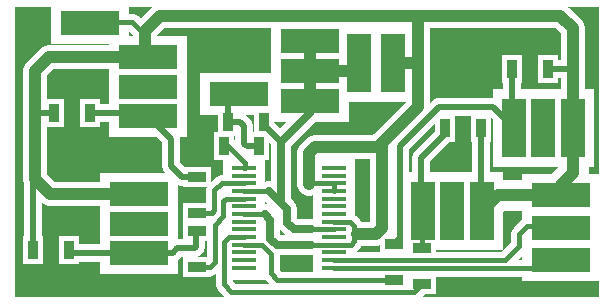
<source format=gbr>
%FSLAX34Y34*%
%MOMM*%
%LNCOPPER_TOP*%
G71*
G01*
%ADD10R, 3.600X2.000*%
%ADD11R, 6.600X3.600*%
%ADD12R, 3.600X6.600*%
%ADD13C, 1.400*%
%ADD14C, 2.600*%
%ADD15R, 1.670X2.400*%
%ADD16C, 1.500*%
%ADD17C, 2.000*%
%ADD18R, 2.400X1.670*%
%ADD19C, 1.700*%
%ADD20R, 2.000X0.400*%
%ADD21R, 5.000X2.000*%
%ADD22R, 2.000X5.000*%
%ADD23C, 0.400*%
%ADD24C, 1.000*%
%ADD25R, 0.870X1.600*%
%ADD26C, 0.500*%
%ADD27R, 1.600X0.870*%
%ADD28C, 0.700*%
%LPD*%
G36*
X0Y0D02*
X495000Y0D01*
X495000Y-245000D01*
X0Y-245000D01*
X0Y0D01*
G37*
%LPC*%
X194600Y-136000D02*
G54D10*
D03*
X194600Y-142500D02*
G54D10*
D03*
X194600Y-149000D02*
G54D10*
D03*
X194600Y-155500D02*
G54D10*
D03*
X194600Y-162000D02*
G54D10*
D03*
X194600Y-168500D02*
G54D10*
D03*
X194600Y-175000D02*
G54D10*
D03*
X194600Y-181500D02*
G54D10*
D03*
X194600Y-188000D02*
G54D10*
D03*
X194600Y-194500D02*
G54D10*
D03*
X194600Y-201000D02*
G54D10*
D03*
X194600Y-207500D02*
G54D10*
D03*
X194600Y-214000D02*
G54D10*
D03*
X194600Y-220500D02*
G54D10*
D03*
X270200Y-136000D02*
G54D10*
D03*
X270200Y-142500D02*
G54D10*
D03*
X270200Y-149000D02*
G54D10*
D03*
X270200Y-155500D02*
G54D10*
D03*
X270200Y-162000D02*
G54D10*
D03*
X270200Y-168500D02*
G54D10*
D03*
X270200Y-175000D02*
G54D10*
D03*
X270200Y-181500D02*
G54D10*
D03*
X270200Y-188000D02*
G54D10*
D03*
X270200Y-194500D02*
G54D10*
D03*
X270200Y-201000D02*
G54D10*
D03*
X270200Y-207500D02*
G54D10*
D03*
X270200Y-214000D02*
G54D10*
D03*
X270200Y-220500D02*
G54D10*
D03*
X113000Y-42000D02*
G54D11*
D03*
X113000Y-67000D02*
G54D11*
D03*
X113000Y-92000D02*
G54D11*
D03*
X472686Y-102277D02*
G54D12*
D03*
X447686Y-102277D02*
G54D12*
D03*
X422686Y-102277D02*
G54D12*
D03*
X395686Y-172277D02*
G54D12*
D03*
X370686Y-172277D02*
G54D12*
D03*
X345686Y-172277D02*
G54D12*
D03*
X463000Y-187000D02*
G54D11*
D03*
X463000Y-214000D02*
G54D11*
D03*
X250500Y-28500D02*
G54D11*
D03*
G54D13*
X270200Y-220500D02*
X456500Y-220500D01*
X463000Y-214000D01*
G54D13*
X270200Y-214000D02*
X415000Y-214000D01*
X427000Y-202000D01*
X427000Y-192000D01*
X434000Y-185000D01*
X461000Y-185000D01*
X463000Y-187000D01*
X463000Y-159000D02*
G54D11*
D03*
G54D14*
X463000Y-159000D02*
X408962Y-159000D01*
X395686Y-172277D01*
G54D14*
X463000Y-159000D02*
X463000Y-150000D01*
X473000Y-140000D01*
X473000Y-102591D01*
X472686Y-102277D01*
X364300Y-101700D02*
G54D15*
D03*
X394700Y-101700D02*
G54D15*
D03*
X421000Y-52000D02*
G54D15*
D03*
X451400Y-52000D02*
G54D15*
D03*
G54D16*
X421000Y-52000D02*
X421000Y-100591D01*
X422686Y-102277D01*
G54D17*
X472686Y-102277D02*
X472686Y-17686D01*
X462000Y-7000D01*
X123000Y-7000D01*
X110000Y-20000D01*
X110000Y-39000D01*
X113000Y-42000D01*
G54D17*
X113000Y-42000D02*
X29000Y-42000D01*
X17000Y-54000D01*
X17000Y-145000D01*
X30000Y-158000D01*
X113000Y-158000D01*
G54D16*
X451400Y-52000D02*
X473000Y-52000D01*
G54D13*
X270200Y-188000D02*
X236400Y-188000D01*
X230800Y-182400D01*
X230800Y-170800D01*
X215500Y-155500D01*
X194600Y-155500D01*
G54D13*
X270200Y-201000D02*
X284700Y-201000D01*
X287600Y-198100D01*
X287600Y-184900D01*
X284100Y-181400D01*
X270300Y-181400D01*
X270200Y-181500D01*
X321500Y-200000D02*
G54D18*
D03*
X321500Y-230400D02*
G54D18*
D03*
G54D13*
X270200Y-155500D02*
X270200Y-149000D01*
G54D17*
X289500Y-191500D02*
X306000Y-191500D01*
X310700Y-186800D01*
X310700Y-114900D01*
X341300Y-84300D01*
X341300Y-9800D01*
G54D17*
X249200Y-149200D02*
X249200Y-123500D01*
X254100Y-118600D01*
X307000Y-118600D01*
X310700Y-114900D01*
G54D13*
X270200Y-149000D02*
X249400Y-149000D01*
X249200Y-149200D01*
G54D16*
X325900Y-148800D02*
X325900Y-117300D01*
X358900Y-84300D01*
X404709Y-84300D01*
X422686Y-102277D01*
G54D16*
X364300Y-101700D02*
X364300Y-107000D01*
X344200Y-127100D01*
X344200Y-170791D01*
X345686Y-172277D01*
G54D16*
X394700Y-101700D02*
X394700Y-171291D01*
X395686Y-172277D01*
X15600Y-205200D02*
G54D15*
D03*
X46000Y-205200D02*
G54D15*
D03*
X33200Y-89500D02*
G54D15*
D03*
X63600Y-89500D02*
G54D15*
D03*
G54D16*
X33200Y-89500D02*
X19600Y-89500D01*
X18600Y-90500D01*
G54D16*
X63600Y-89500D02*
X110500Y-89500D01*
X113000Y-92000D01*
X154300Y-144000D02*
G54D18*
D03*
X154300Y-174400D02*
G54D18*
D03*
X154300Y-189100D02*
G54D18*
D03*
X154300Y-219500D02*
G54D18*
D03*
G54D16*
X113000Y-208000D02*
X133700Y-208000D01*
X137600Y-204100D01*
X152500Y-204100D01*
X153700Y-202900D01*
X153700Y-189700D01*
X154300Y-189100D01*
G54D19*
X251000Y-187900D02*
X236500Y-187900D01*
X236400Y-188000D01*
X230800Y-182400D01*
X230800Y-170800D01*
X215500Y-155500D01*
G54D16*
X99200Y-208000D02*
X48800Y-208000D01*
X46000Y-205200D01*
G54D16*
X15600Y-205200D02*
X15600Y-146400D01*
X17000Y-145000D01*
G54D13*
X194600Y-175000D02*
X211800Y-175000D01*
X216500Y-179700D01*
X216500Y-195700D01*
X221800Y-201000D01*
X270200Y-201000D01*
G54D19*
X250700Y-200800D02*
X222000Y-200800D01*
X221800Y-201000D01*
X216500Y-195700D01*
X216500Y-179700D01*
X211800Y-175000D01*
G54D16*
X154300Y-144000D02*
X141600Y-144000D01*
X132100Y-134500D01*
X132100Y-111100D01*
X113000Y-92000D01*
X250500Y-53500D02*
G54D11*
D03*
X250500Y-79000D02*
G54D11*
D03*
G54D17*
X250500Y-79000D02*
X250500Y-28500D01*
G54D19*
X250500Y-79000D02*
X250500Y-89100D01*
X225500Y-114100D01*
X225500Y-164500D01*
X291800Y-46800D02*
G54D12*
D03*
X320500Y-46700D02*
G54D12*
D03*
G54D17*
X320500Y-46700D02*
X340100Y-46700D01*
G54D17*
X250500Y-53500D02*
X285100Y-53500D01*
X291800Y-46800D01*
X190000Y-73600D02*
G54D11*
D03*
X180800Y-96900D02*
G54D15*
D03*
X211200Y-96900D02*
G54D15*
D03*
G54D16*
X211200Y-100400D02*
X211800Y-100400D01*
X225500Y-114100D01*
X176900Y-117400D02*
G54D15*
D03*
X207300Y-117400D02*
G54D15*
D03*
G54D16*
X180800Y-96900D02*
X180800Y-82800D01*
X190000Y-73600D01*
G54D16*
X180800Y-96900D02*
X191000Y-96900D01*
X194600Y-100500D01*
X194600Y-115800D01*
X196500Y-117700D01*
X207000Y-117700D01*
X207300Y-117400D01*
G54D13*
X176900Y-117400D02*
X180800Y-117400D01*
X194900Y-131500D01*
X194900Y-135700D01*
X194600Y-136000D01*
X63700Y-13400D02*
G54D11*
D03*
G54D13*
X110000Y-20000D02*
X106800Y-20000D01*
X99200Y-12400D01*
X64700Y-12400D01*
X63700Y-13400D01*
G54D13*
X194600Y-149000D02*
X175200Y-149000D01*
X169200Y-155000D01*
X169200Y-171900D01*
X167100Y-174000D01*
X154700Y-174000D01*
X154300Y-174400D01*
G54D13*
X154300Y-219600D02*
X165800Y-219600D01*
X169600Y-215800D01*
X169600Y-184000D01*
X176600Y-177000D01*
X176600Y-164100D01*
X178700Y-162000D01*
X194500Y-162000D01*
X344800Y-203500D02*
G54D18*
D03*
X344800Y-233900D02*
G54D18*
D03*
G54D13*
X344800Y-203500D02*
X344800Y-173162D01*
X345686Y-172277D01*
G54D16*
X325900Y-148800D02*
X325900Y-195600D01*
X321500Y-200000D01*
G54D13*
X194600Y-201000D02*
X209100Y-201000D01*
X216800Y-208700D01*
X216800Y-225200D01*
X222000Y-230400D01*
X321500Y-230400D01*
G54D13*
X194600Y-194500D02*
X181800Y-194500D01*
X177300Y-199000D01*
X177300Y-234300D01*
X183600Y-240600D01*
X338100Y-240600D01*
X344800Y-233900D01*
X105100Y-158300D02*
G54D11*
D03*
X105100Y-183300D02*
G54D11*
D03*
X105100Y-208300D02*
G54D11*
D03*
%LPD*%
X194600Y-136000D02*
G54D20*
D03*
X194600Y-142500D02*
G54D20*
D03*
X194600Y-149000D02*
G54D20*
D03*
X194600Y-155500D02*
G54D20*
D03*
X194600Y-162000D02*
G54D20*
D03*
X194600Y-168500D02*
G54D20*
D03*
X194600Y-175000D02*
G54D20*
D03*
X194600Y-181500D02*
G54D20*
D03*
X194600Y-188000D02*
G54D20*
D03*
X194600Y-194500D02*
G54D20*
D03*
X194600Y-201000D02*
G54D20*
D03*
X194600Y-207500D02*
G54D20*
D03*
X194600Y-214000D02*
G54D20*
D03*
X194600Y-220500D02*
G54D20*
D03*
X270200Y-136000D02*
G54D20*
D03*
X270200Y-142500D02*
G54D20*
D03*
X270200Y-149000D02*
G54D20*
D03*
X270200Y-155500D02*
G54D20*
D03*
X270200Y-162000D02*
G54D20*
D03*
X270200Y-168500D02*
G54D20*
D03*
X270200Y-175000D02*
G54D20*
D03*
X270200Y-181500D02*
G54D20*
D03*
X270200Y-188000D02*
G54D20*
D03*
X270200Y-194500D02*
G54D20*
D03*
X270200Y-201000D02*
G54D20*
D03*
X270200Y-207500D02*
G54D20*
D03*
X270200Y-214000D02*
G54D20*
D03*
X270200Y-220500D02*
G54D20*
D03*
X113000Y-42000D02*
G54D21*
D03*
X113000Y-67000D02*
G54D21*
D03*
X113000Y-92000D02*
G54D21*
D03*
X472686Y-102277D02*
G54D22*
D03*
X447686Y-102277D02*
G54D22*
D03*
X422686Y-102277D02*
G54D22*
D03*
X395686Y-172277D02*
G54D22*
D03*
X370686Y-172277D02*
G54D22*
D03*
X345686Y-172277D02*
G54D22*
D03*
X463000Y-187000D02*
G54D21*
D03*
X463000Y-214000D02*
G54D21*
D03*
X250500Y-28500D02*
G54D21*
D03*
G54D23*
X270200Y-220500D02*
X456500Y-220500D01*
X463000Y-214000D01*
G54D23*
X270200Y-214000D02*
X415000Y-214000D01*
X427000Y-202000D01*
X427000Y-192000D01*
X434000Y-185000D01*
X461000Y-185000D01*
X463000Y-187000D01*
X463000Y-159000D02*
G54D21*
D03*
G54D24*
X463000Y-159000D02*
X408962Y-159000D01*
X395686Y-172277D01*
G54D24*
X463000Y-159000D02*
X463000Y-150000D01*
X473000Y-140000D01*
X473000Y-102591D01*
X472686Y-102277D01*
X364300Y-101700D02*
G54D25*
D03*
X394700Y-101700D02*
G54D25*
D03*
X421000Y-52000D02*
G54D25*
D03*
X451400Y-52000D02*
G54D25*
D03*
G54D26*
X421000Y-52000D02*
X421000Y-100591D01*
X422686Y-102277D01*
G54D24*
X472686Y-102277D02*
X472686Y-17686D01*
X462000Y-7000D01*
X123000Y-7000D01*
X110000Y-20000D01*
X110000Y-39000D01*
X113000Y-42000D01*
G54D24*
X113000Y-42000D02*
X29000Y-42000D01*
X17000Y-54000D01*
X17000Y-145000D01*
X30000Y-158000D01*
X113000Y-158000D01*
G54D26*
X451400Y-52000D02*
X473000Y-52000D01*
G54D23*
X270200Y-188000D02*
X236400Y-188000D01*
X230800Y-182400D01*
X230800Y-170800D01*
X215500Y-155500D01*
X194600Y-155500D01*
G54D23*
X270200Y-201000D02*
X284700Y-201000D01*
X287600Y-198100D01*
X287600Y-184900D01*
X284100Y-181400D01*
X270300Y-181400D01*
X270200Y-181500D01*
X321500Y-200000D02*
G54D27*
D03*
X321500Y-230400D02*
G54D27*
D03*
G54D23*
X270200Y-155500D02*
X270200Y-149000D01*
G54D24*
X289500Y-191500D02*
X306000Y-191500D01*
X310700Y-186800D01*
X310700Y-114900D01*
X341300Y-84300D01*
X341300Y-9800D01*
G54D24*
X249200Y-149200D02*
X249200Y-123500D01*
X254100Y-118600D01*
X307000Y-118600D01*
X310700Y-114900D01*
G54D23*
X270200Y-149000D02*
X249400Y-149000D01*
X249200Y-149200D01*
G54D26*
X325900Y-148800D02*
X325900Y-117300D01*
X358900Y-84300D01*
X404709Y-84300D01*
X422686Y-102277D01*
G54D26*
X364300Y-101700D02*
X364300Y-107000D01*
X344200Y-127100D01*
X344200Y-170791D01*
X345686Y-172277D01*
G54D26*
X394700Y-101700D02*
X394700Y-171291D01*
X395686Y-172277D01*
X15600Y-205200D02*
G54D25*
D03*
X46000Y-205200D02*
G54D25*
D03*
X33200Y-89500D02*
G54D25*
D03*
X63600Y-89500D02*
G54D25*
D03*
G54D26*
X33200Y-89500D02*
X19600Y-89500D01*
X18600Y-90500D01*
G54D26*
X63600Y-89500D02*
X110500Y-89500D01*
X113000Y-92000D01*
X154300Y-144000D02*
G54D27*
D03*
X154300Y-174400D02*
G54D27*
D03*
X154300Y-189100D02*
G54D27*
D03*
X154300Y-219500D02*
G54D27*
D03*
G54D26*
X113000Y-208000D02*
X133700Y-208000D01*
X137600Y-204100D01*
X152500Y-204100D01*
X153700Y-202900D01*
X153700Y-189700D01*
X154300Y-189100D01*
G54D28*
X251000Y-187900D02*
X236500Y-187900D01*
X236400Y-188000D01*
X230800Y-182400D01*
X230800Y-170800D01*
X215500Y-155500D01*
G54D26*
X99200Y-208000D02*
X48800Y-208000D01*
X46000Y-205200D01*
G54D26*
X15600Y-205200D02*
X15600Y-146400D01*
X17000Y-145000D01*
G54D23*
X194600Y-175000D02*
X211800Y-175000D01*
X216500Y-179700D01*
X216500Y-195700D01*
X221800Y-201000D01*
X270200Y-201000D01*
G54D28*
X250700Y-200800D02*
X222000Y-200800D01*
X221800Y-201000D01*
X216500Y-195700D01*
X216500Y-179700D01*
X211800Y-175000D01*
G54D26*
X154300Y-144000D02*
X141600Y-144000D01*
X132100Y-134500D01*
X132100Y-111100D01*
X113000Y-92000D01*
X250500Y-53500D02*
G54D21*
D03*
X250500Y-79000D02*
G54D21*
D03*
G54D24*
X250500Y-79000D02*
X250500Y-28500D01*
G54D28*
X250500Y-79000D02*
X250500Y-89100D01*
X225500Y-114100D01*
X225500Y-164500D01*
X291800Y-46800D02*
G54D22*
D03*
X320500Y-46700D02*
G54D22*
D03*
G54D24*
X320500Y-46700D02*
X340100Y-46700D01*
G54D24*
X250500Y-53500D02*
X285100Y-53500D01*
X291800Y-46800D01*
X190000Y-73600D02*
G54D21*
D03*
X180800Y-96900D02*
G54D25*
D03*
X211200Y-96900D02*
G54D25*
D03*
G54D26*
X211200Y-100400D02*
X211800Y-100400D01*
X225500Y-114100D01*
X176900Y-117400D02*
G54D25*
D03*
X207300Y-117400D02*
G54D25*
D03*
G54D26*
X180800Y-96900D02*
X180800Y-82800D01*
X190000Y-73600D01*
G54D26*
X180800Y-96900D02*
X191000Y-96900D01*
X194600Y-100500D01*
X194600Y-115800D01*
X196500Y-117700D01*
X207000Y-117700D01*
X207300Y-117400D01*
G54D23*
X176900Y-117400D02*
X180800Y-117400D01*
X194900Y-131500D01*
X194900Y-135700D01*
X194600Y-136000D01*
X63700Y-13400D02*
G54D21*
D03*
G54D23*
X110000Y-20000D02*
X106800Y-20000D01*
X99200Y-12400D01*
X64700Y-12400D01*
X63700Y-13400D01*
G54D23*
X194600Y-149000D02*
X175200Y-149000D01*
X169200Y-155000D01*
X169200Y-171900D01*
X167100Y-174000D01*
X154700Y-174000D01*
X154300Y-174400D01*
G54D23*
X154300Y-219600D02*
X165800Y-219600D01*
X169600Y-215800D01*
X169600Y-184000D01*
X176600Y-177000D01*
X176600Y-164100D01*
X178700Y-162000D01*
X194500Y-162000D01*
X344800Y-203500D02*
G54D27*
D03*
X344800Y-233900D02*
G54D27*
D03*
G54D23*
X344800Y-203500D02*
X344800Y-173162D01*
X345686Y-172277D01*
G54D26*
X325900Y-148800D02*
X325900Y-195600D01*
X321500Y-200000D01*
G54D23*
X194600Y-201000D02*
X209100Y-201000D01*
X216800Y-208700D01*
X216800Y-225200D01*
X222000Y-230400D01*
X321500Y-230400D01*
G54D23*
X194600Y-194500D02*
X181800Y-194500D01*
X177300Y-199000D01*
X177300Y-234300D01*
X183600Y-240600D01*
X338100Y-240600D01*
X344800Y-233900D01*
X105100Y-158300D02*
G54D21*
D03*
X105100Y-183300D02*
G54D21*
D03*
X105100Y-208300D02*
G54D21*
D03*
M02*

</source>
